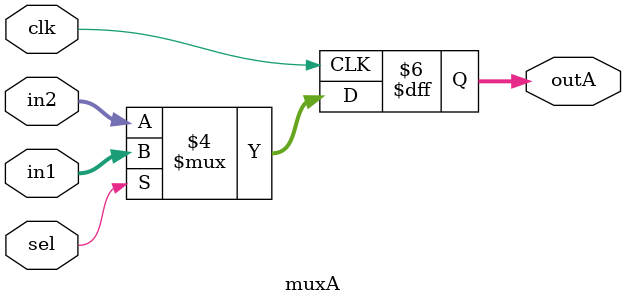
<source format=v>
module muxA (
    input clk,
    input [31:0] in1,
    input [31:0] in2,
    input sel,
    output reg [31:0] outA
);

always @(posedge clk) begin
    if (sel == 1'b1) begin
        outA <= in1;
    end
    else begin
        outA <= {16'b0, in2};
    end
end

endmodule

</source>
